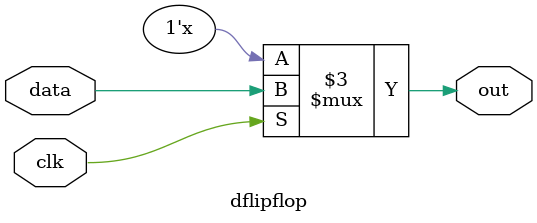
<source format=v>
module dflipflop(data,clk,out);
  input data, clk; 
	output out;
	reg out;
	always @ ( clk or data ) begin
		if (clk == 1) begin
		out <= data;
		end
	end
endmodule

</source>
